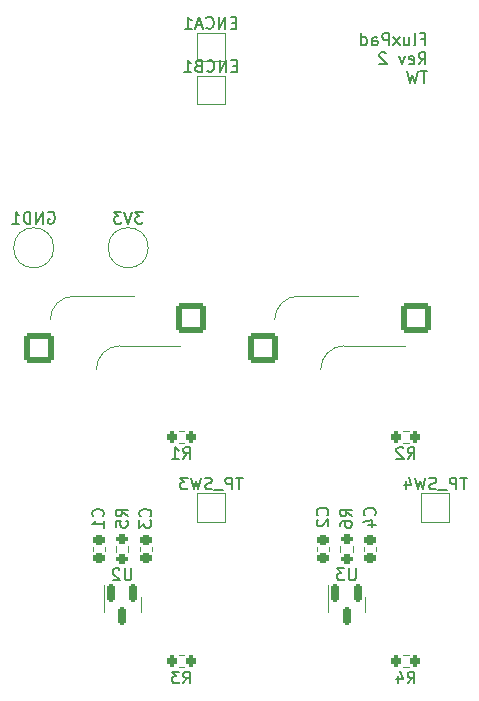
<source format=gbo>
%TF.GenerationSoftware,KiCad,Pcbnew,(6.0.9)*%
%TF.CreationDate,2023-02-13T00:06:44-05:00*%
%TF.ProjectId,Tang,54616e67-2e6b-4696-9361-645f70636258,rev?*%
%TF.SameCoordinates,Original*%
%TF.FileFunction,Legend,Bot*%
%TF.FilePolarity,Positive*%
%FSLAX46Y46*%
G04 Gerber Fmt 4.6, Leading zero omitted, Abs format (unit mm)*
G04 Created by KiCad (PCBNEW (6.0.9)) date 2023-02-13 00:06:44*
%MOMM*%
%LPD*%
G01*
G04 APERTURE LIST*
G04 Aperture macros list*
%AMRoundRect*
0 Rectangle with rounded corners*
0 $1 Rounding radius*
0 $2 $3 $4 $5 $6 $7 $8 $9 X,Y pos of 4 corners*
0 Add a 4 corners polygon primitive as box body*
4,1,4,$2,$3,$4,$5,$6,$7,$8,$9,$2,$3,0*
0 Add four circle primitives for the rounded corners*
1,1,$1+$1,$2,$3*
1,1,$1+$1,$4,$5*
1,1,$1+$1,$6,$7*
1,1,$1+$1,$8,$9*
0 Add four rect primitives between the rounded corners*
20,1,$1+$1,$2,$3,$4,$5,0*
20,1,$1+$1,$4,$5,$6,$7,0*
20,1,$1+$1,$6,$7,$8,$9,0*
20,1,$1+$1,$8,$9,$2,$3,0*%
G04 Aperture macros list end*
%ADD10C,0.150000*%
%ADD11C,0.120000*%
%ADD12R,2.000000X2.000000*%
%ADD13C,2.000000*%
%ADD14C,2.800000*%
%ADD15C,1.750000*%
%ADD16C,3.050000*%
%ADD17C,4.000000*%
%ADD18RoundRect,0.250000X-1.025000X-1.000000X1.025000X-1.000000X1.025000X1.000000X-1.025000X1.000000X0*%
%ADD19RoundRect,0.200000X-0.200000X-0.275000X0.200000X-0.275000X0.200000X0.275000X-0.200000X0.275000X0*%
%ADD20RoundRect,0.225000X0.250000X-0.225000X0.250000X0.225000X-0.250000X0.225000X-0.250000X-0.225000X0*%
%ADD21RoundRect,0.200000X0.275000X-0.200000X0.275000X0.200000X-0.275000X0.200000X-0.275000X-0.200000X0*%
%ADD22RoundRect,0.150000X-0.150000X0.587500X-0.150000X-0.587500X0.150000X-0.587500X0.150000X0.587500X0*%
%ADD23RoundRect,0.225000X-0.250000X0.225000X-0.250000X-0.225000X0.250000X-0.225000X0.250000X0.225000X0*%
%ADD24C,3.000000*%
G04 APERTURE END LIST*
D10*
X135831071Y-67318571D02*
X136164404Y-67318571D01*
X136164404Y-67842380D02*
X136164404Y-66842380D01*
X135688214Y-66842380D01*
X135164404Y-67842380D02*
X135259642Y-67794761D01*
X135307261Y-67699523D01*
X135307261Y-66842380D01*
X134354880Y-67175714D02*
X134354880Y-67842380D01*
X134783452Y-67175714D02*
X134783452Y-67699523D01*
X134735833Y-67794761D01*
X134640595Y-67842380D01*
X134497738Y-67842380D01*
X134402500Y-67794761D01*
X134354880Y-67747142D01*
X133973928Y-67842380D02*
X133450119Y-67175714D01*
X133973928Y-67175714D02*
X133450119Y-67842380D01*
X133069166Y-67842380D02*
X133069166Y-66842380D01*
X132688214Y-66842380D01*
X132592976Y-66890000D01*
X132545357Y-66937619D01*
X132497738Y-67032857D01*
X132497738Y-67175714D01*
X132545357Y-67270952D01*
X132592976Y-67318571D01*
X132688214Y-67366190D01*
X133069166Y-67366190D01*
X131640595Y-67842380D02*
X131640595Y-67318571D01*
X131688214Y-67223333D01*
X131783452Y-67175714D01*
X131973928Y-67175714D01*
X132069166Y-67223333D01*
X131640595Y-67794761D02*
X131735833Y-67842380D01*
X131973928Y-67842380D01*
X132069166Y-67794761D01*
X132116785Y-67699523D01*
X132116785Y-67604285D01*
X132069166Y-67509047D01*
X131973928Y-67461428D01*
X131735833Y-67461428D01*
X131640595Y-67413809D01*
X130735833Y-67842380D02*
X130735833Y-66842380D01*
X130735833Y-67794761D02*
X130831071Y-67842380D01*
X131021547Y-67842380D01*
X131116785Y-67794761D01*
X131164404Y-67747142D01*
X131212023Y-67651904D01*
X131212023Y-67366190D01*
X131164404Y-67270952D01*
X131116785Y-67223333D01*
X131021547Y-67175714D01*
X130831071Y-67175714D01*
X130735833Y-67223333D01*
X135592976Y-69452380D02*
X135926309Y-68976190D01*
X136164404Y-69452380D02*
X136164404Y-68452380D01*
X135783452Y-68452380D01*
X135688214Y-68500000D01*
X135640595Y-68547619D01*
X135592976Y-68642857D01*
X135592976Y-68785714D01*
X135640595Y-68880952D01*
X135688214Y-68928571D01*
X135783452Y-68976190D01*
X136164404Y-68976190D01*
X134783452Y-69404761D02*
X134878690Y-69452380D01*
X135069166Y-69452380D01*
X135164404Y-69404761D01*
X135212023Y-69309523D01*
X135212023Y-68928571D01*
X135164404Y-68833333D01*
X135069166Y-68785714D01*
X134878690Y-68785714D01*
X134783452Y-68833333D01*
X134735833Y-68928571D01*
X134735833Y-69023809D01*
X135212023Y-69119047D01*
X134402500Y-68785714D02*
X134164404Y-69452380D01*
X133926309Y-68785714D01*
X132831071Y-68547619D02*
X132783452Y-68500000D01*
X132688214Y-68452380D01*
X132450119Y-68452380D01*
X132354880Y-68500000D01*
X132307261Y-68547619D01*
X132259642Y-68642857D01*
X132259642Y-68738095D01*
X132307261Y-68880952D01*
X132878690Y-69452380D01*
X132259642Y-69452380D01*
X136307261Y-70062380D02*
X135735833Y-70062380D01*
X136021547Y-71062380D02*
X136021547Y-70062380D01*
X135497738Y-70062380D02*
X135259642Y-71062380D01*
X135069166Y-70348095D01*
X134878690Y-71062380D01*
X134640595Y-70062380D01*
%TO.C,TP_SW4*%
X139690476Y-104454380D02*
X139119047Y-104454380D01*
X139404761Y-105454380D02*
X139404761Y-104454380D01*
X138785714Y-105454380D02*
X138785714Y-104454380D01*
X138404761Y-104454380D01*
X138309523Y-104502000D01*
X138261904Y-104549619D01*
X138214285Y-104644857D01*
X138214285Y-104787714D01*
X138261904Y-104882952D01*
X138309523Y-104930571D01*
X138404761Y-104978190D01*
X138785714Y-104978190D01*
X138023809Y-105549619D02*
X137261904Y-105549619D01*
X137071428Y-105406761D02*
X136928571Y-105454380D01*
X136690476Y-105454380D01*
X136595238Y-105406761D01*
X136547619Y-105359142D01*
X136500000Y-105263904D01*
X136500000Y-105168666D01*
X136547619Y-105073428D01*
X136595238Y-105025809D01*
X136690476Y-104978190D01*
X136880952Y-104930571D01*
X136976190Y-104882952D01*
X137023809Y-104835333D01*
X137071428Y-104740095D01*
X137071428Y-104644857D01*
X137023809Y-104549619D01*
X136976190Y-104502000D01*
X136880952Y-104454380D01*
X136642857Y-104454380D01*
X136500000Y-104502000D01*
X136166666Y-104454380D02*
X135928571Y-105454380D01*
X135738095Y-104740095D01*
X135547619Y-105454380D01*
X135309523Y-104454380D01*
X134500000Y-104787714D02*
X134500000Y-105454380D01*
X134738095Y-104406761D02*
X134976190Y-105121047D01*
X134357142Y-105121047D01*
%TO.C,R1*%
X115666666Y-102882380D02*
X116000000Y-102406190D01*
X116238095Y-102882380D02*
X116238095Y-101882380D01*
X115857142Y-101882380D01*
X115761904Y-101930000D01*
X115714285Y-101977619D01*
X115666666Y-102072857D01*
X115666666Y-102215714D01*
X115714285Y-102310952D01*
X115761904Y-102358571D01*
X115857142Y-102406190D01*
X116238095Y-102406190D01*
X114714285Y-102882380D02*
X115285714Y-102882380D01*
X115000000Y-102882380D02*
X115000000Y-101882380D01*
X115095238Y-102025238D01*
X115190476Y-102120476D01*
X115285714Y-102168095D01*
%TO.C,C2*%
X127857142Y-107633333D02*
X127904761Y-107585714D01*
X127952380Y-107442857D01*
X127952380Y-107347619D01*
X127904761Y-107204761D01*
X127809523Y-107109523D01*
X127714285Y-107061904D01*
X127523809Y-107014285D01*
X127380952Y-107014285D01*
X127190476Y-107061904D01*
X127095238Y-107109523D01*
X127000000Y-107204761D01*
X126952380Y-107347619D01*
X126952380Y-107442857D01*
X127000000Y-107585714D01*
X127047619Y-107633333D01*
X127047619Y-108014285D02*
X127000000Y-108061904D01*
X126952380Y-108157142D01*
X126952380Y-108395238D01*
X127000000Y-108490476D01*
X127047619Y-108538095D01*
X127142857Y-108585714D01*
X127238095Y-108585714D01*
X127380952Y-108538095D01*
X127952380Y-107966666D01*
X127952380Y-108585714D01*
%TO.C,R2*%
X134666666Y-102882380D02*
X135000000Y-102406190D01*
X135238095Y-102882380D02*
X135238095Y-101882380D01*
X134857142Y-101882380D01*
X134761904Y-101930000D01*
X134714285Y-101977619D01*
X134666666Y-102072857D01*
X134666666Y-102215714D01*
X134714285Y-102310952D01*
X134761904Y-102358571D01*
X134857142Y-102406190D01*
X135238095Y-102406190D01*
X134285714Y-101977619D02*
X134238095Y-101930000D01*
X134142857Y-101882380D01*
X133904761Y-101882380D01*
X133809523Y-101930000D01*
X133761904Y-101977619D01*
X133714285Y-102072857D01*
X133714285Y-102168095D01*
X133761904Y-102310952D01*
X134333333Y-102882380D01*
X133714285Y-102882380D01*
%TO.C,R5*%
X110952380Y-107733333D02*
X110476190Y-107400000D01*
X110952380Y-107161904D02*
X109952380Y-107161904D01*
X109952380Y-107542857D01*
X110000000Y-107638095D01*
X110047619Y-107685714D01*
X110142857Y-107733333D01*
X110285714Y-107733333D01*
X110380952Y-107685714D01*
X110428571Y-107638095D01*
X110476190Y-107542857D01*
X110476190Y-107161904D01*
X109952380Y-108638095D02*
X109952380Y-108161904D01*
X110428571Y-108114285D01*
X110380952Y-108161904D01*
X110333333Y-108257142D01*
X110333333Y-108495238D01*
X110380952Y-108590476D01*
X110428571Y-108638095D01*
X110523809Y-108685714D01*
X110761904Y-108685714D01*
X110857142Y-108638095D01*
X110904761Y-108590476D01*
X110952380Y-108495238D01*
X110952380Y-108257142D01*
X110904761Y-108161904D01*
X110857142Y-108114285D01*
%TO.C,U2*%
X111261904Y-112152380D02*
X111261904Y-112961904D01*
X111214285Y-113057142D01*
X111166666Y-113104761D01*
X111071428Y-113152380D01*
X110880952Y-113152380D01*
X110785714Y-113104761D01*
X110738095Y-113057142D01*
X110690476Y-112961904D01*
X110690476Y-112152380D01*
X110261904Y-112247619D02*
X110214285Y-112200000D01*
X110119047Y-112152380D01*
X109880952Y-112152380D01*
X109785714Y-112200000D01*
X109738095Y-112247619D01*
X109690476Y-112342857D01*
X109690476Y-112438095D01*
X109738095Y-112580952D01*
X110309523Y-113152380D01*
X109690476Y-113152380D01*
%TO.C,TP_SW3*%
X120690476Y-104454380D02*
X120119047Y-104454380D01*
X120404761Y-105454380D02*
X120404761Y-104454380D01*
X119785714Y-105454380D02*
X119785714Y-104454380D01*
X119404761Y-104454380D01*
X119309523Y-104502000D01*
X119261904Y-104549619D01*
X119214285Y-104644857D01*
X119214285Y-104787714D01*
X119261904Y-104882952D01*
X119309523Y-104930571D01*
X119404761Y-104978190D01*
X119785714Y-104978190D01*
X119023809Y-105549619D02*
X118261904Y-105549619D01*
X118071428Y-105406761D02*
X117928571Y-105454380D01*
X117690476Y-105454380D01*
X117595238Y-105406761D01*
X117547619Y-105359142D01*
X117500000Y-105263904D01*
X117500000Y-105168666D01*
X117547619Y-105073428D01*
X117595238Y-105025809D01*
X117690476Y-104978190D01*
X117880952Y-104930571D01*
X117976190Y-104882952D01*
X118023809Y-104835333D01*
X118071428Y-104740095D01*
X118071428Y-104644857D01*
X118023809Y-104549619D01*
X117976190Y-104502000D01*
X117880952Y-104454380D01*
X117642857Y-104454380D01*
X117500000Y-104502000D01*
X117166666Y-104454380D02*
X116928571Y-105454380D01*
X116738095Y-104740095D01*
X116547619Y-105454380D01*
X116309523Y-104454380D01*
X116023809Y-104454380D02*
X115404761Y-104454380D01*
X115738095Y-104835333D01*
X115595238Y-104835333D01*
X115500000Y-104882952D01*
X115452380Y-104930571D01*
X115404761Y-105025809D01*
X115404761Y-105263904D01*
X115452380Y-105359142D01*
X115500000Y-105406761D01*
X115595238Y-105454380D01*
X115880952Y-105454380D01*
X115976190Y-105406761D01*
X116023809Y-105359142D01*
%TO.C,R6*%
X129952380Y-107733333D02*
X129476190Y-107400000D01*
X129952380Y-107161904D02*
X128952380Y-107161904D01*
X128952380Y-107542857D01*
X129000000Y-107638095D01*
X129047619Y-107685714D01*
X129142857Y-107733333D01*
X129285714Y-107733333D01*
X129380952Y-107685714D01*
X129428571Y-107638095D01*
X129476190Y-107542857D01*
X129476190Y-107161904D01*
X128952380Y-108590476D02*
X128952380Y-108400000D01*
X129000000Y-108304761D01*
X129047619Y-108257142D01*
X129190476Y-108161904D01*
X129380952Y-108114285D01*
X129761904Y-108114285D01*
X129857142Y-108161904D01*
X129904761Y-108209523D01*
X129952380Y-108304761D01*
X129952380Y-108495238D01*
X129904761Y-108590476D01*
X129857142Y-108638095D01*
X129761904Y-108685714D01*
X129523809Y-108685714D01*
X129428571Y-108638095D01*
X129380952Y-108590476D01*
X129333333Y-108495238D01*
X129333333Y-108304761D01*
X129380952Y-108209523D01*
X129428571Y-108161904D01*
X129523809Y-108114285D01*
%TO.C,C4*%
X131857142Y-107633333D02*
X131904761Y-107585714D01*
X131952380Y-107442857D01*
X131952380Y-107347619D01*
X131904761Y-107204761D01*
X131809523Y-107109523D01*
X131714285Y-107061904D01*
X131523809Y-107014285D01*
X131380952Y-107014285D01*
X131190476Y-107061904D01*
X131095238Y-107109523D01*
X131000000Y-107204761D01*
X130952380Y-107347619D01*
X130952380Y-107442857D01*
X131000000Y-107585714D01*
X131047619Y-107633333D01*
X131285714Y-108490476D02*
X131952380Y-108490476D01*
X130904761Y-108252380D02*
X131619047Y-108014285D01*
X131619047Y-108633333D01*
%TO.C,C3*%
X112857142Y-107733333D02*
X112904761Y-107685714D01*
X112952380Y-107542857D01*
X112952380Y-107447619D01*
X112904761Y-107304761D01*
X112809523Y-107209523D01*
X112714285Y-107161904D01*
X112523809Y-107114285D01*
X112380952Y-107114285D01*
X112190476Y-107161904D01*
X112095238Y-107209523D01*
X112000000Y-107304761D01*
X111952380Y-107447619D01*
X111952380Y-107542857D01*
X112000000Y-107685714D01*
X112047619Y-107733333D01*
X111952380Y-108066666D02*
X111952380Y-108685714D01*
X112333333Y-108352380D01*
X112333333Y-108495238D01*
X112380952Y-108590476D01*
X112428571Y-108638095D01*
X112523809Y-108685714D01*
X112761904Y-108685714D01*
X112857142Y-108638095D01*
X112904761Y-108590476D01*
X112952380Y-108495238D01*
X112952380Y-108209523D01*
X112904761Y-108114285D01*
X112857142Y-108066666D01*
%TO.C,R3*%
X115666666Y-121882380D02*
X116000000Y-121406190D01*
X116238095Y-121882380D02*
X116238095Y-120882380D01*
X115857142Y-120882380D01*
X115761904Y-120930000D01*
X115714285Y-120977619D01*
X115666666Y-121072857D01*
X115666666Y-121215714D01*
X115714285Y-121310952D01*
X115761904Y-121358571D01*
X115857142Y-121406190D01*
X116238095Y-121406190D01*
X115333333Y-120882380D02*
X114714285Y-120882380D01*
X115047619Y-121263333D01*
X114904761Y-121263333D01*
X114809523Y-121310952D01*
X114761904Y-121358571D01*
X114714285Y-121453809D01*
X114714285Y-121691904D01*
X114761904Y-121787142D01*
X114809523Y-121834761D01*
X114904761Y-121882380D01*
X115190476Y-121882380D01*
X115285714Y-121834761D01*
X115333333Y-121787142D01*
%TO.C,ENCA1*%
X120142857Y-65930571D02*
X119809523Y-65930571D01*
X119666666Y-66454380D02*
X120142857Y-66454380D01*
X120142857Y-65454380D01*
X119666666Y-65454380D01*
X119238095Y-66454380D02*
X119238095Y-65454380D01*
X118666666Y-66454380D01*
X118666666Y-65454380D01*
X117619047Y-66359142D02*
X117666666Y-66406761D01*
X117809523Y-66454380D01*
X117904761Y-66454380D01*
X118047619Y-66406761D01*
X118142857Y-66311523D01*
X118190476Y-66216285D01*
X118238095Y-66025809D01*
X118238095Y-65882952D01*
X118190476Y-65692476D01*
X118142857Y-65597238D01*
X118047619Y-65502000D01*
X117904761Y-65454380D01*
X117809523Y-65454380D01*
X117666666Y-65502000D01*
X117619047Y-65549619D01*
X117238095Y-66168666D02*
X116761904Y-66168666D01*
X117333333Y-66454380D02*
X117000000Y-65454380D01*
X116666666Y-66454380D01*
X115809523Y-66454380D02*
X116380952Y-66454380D01*
X116095238Y-66454380D02*
X116095238Y-65454380D01*
X116190476Y-65597238D01*
X116285714Y-65692476D01*
X116380952Y-65740095D01*
%TO.C,C1*%
X108857142Y-107733333D02*
X108904761Y-107685714D01*
X108952380Y-107542857D01*
X108952380Y-107447619D01*
X108904761Y-107304761D01*
X108809523Y-107209523D01*
X108714285Y-107161904D01*
X108523809Y-107114285D01*
X108380952Y-107114285D01*
X108190476Y-107161904D01*
X108095238Y-107209523D01*
X108000000Y-107304761D01*
X107952380Y-107447619D01*
X107952380Y-107542857D01*
X108000000Y-107685714D01*
X108047619Y-107733333D01*
X108952380Y-108685714D02*
X108952380Y-108114285D01*
X108952380Y-108400000D02*
X107952380Y-108400000D01*
X108095238Y-108304761D01*
X108190476Y-108209523D01*
X108238095Y-108114285D01*
%TO.C,ENCB1*%
X120214285Y-69580571D02*
X119880952Y-69580571D01*
X119738095Y-70104380D02*
X120214285Y-70104380D01*
X120214285Y-69104380D01*
X119738095Y-69104380D01*
X119309523Y-70104380D02*
X119309523Y-69104380D01*
X118738095Y-70104380D01*
X118738095Y-69104380D01*
X117690476Y-70009142D02*
X117738095Y-70056761D01*
X117880952Y-70104380D01*
X117976190Y-70104380D01*
X118119047Y-70056761D01*
X118214285Y-69961523D01*
X118261904Y-69866285D01*
X118309523Y-69675809D01*
X118309523Y-69532952D01*
X118261904Y-69342476D01*
X118214285Y-69247238D01*
X118119047Y-69152000D01*
X117976190Y-69104380D01*
X117880952Y-69104380D01*
X117738095Y-69152000D01*
X117690476Y-69199619D01*
X116928571Y-69580571D02*
X116785714Y-69628190D01*
X116738095Y-69675809D01*
X116690476Y-69771047D01*
X116690476Y-69913904D01*
X116738095Y-70009142D01*
X116785714Y-70056761D01*
X116880952Y-70104380D01*
X117261904Y-70104380D01*
X117261904Y-69104380D01*
X116928571Y-69104380D01*
X116833333Y-69152000D01*
X116785714Y-69199619D01*
X116738095Y-69294857D01*
X116738095Y-69390095D01*
X116785714Y-69485333D01*
X116833333Y-69532952D01*
X116928571Y-69580571D01*
X117261904Y-69580571D01*
X115738095Y-70104380D02*
X116309523Y-70104380D01*
X116023809Y-70104380D02*
X116023809Y-69104380D01*
X116119047Y-69247238D01*
X116214285Y-69342476D01*
X116309523Y-69390095D01*
%TO.C,GND1*%
X104238095Y-82002000D02*
X104333333Y-81954380D01*
X104476190Y-81954380D01*
X104619047Y-82002000D01*
X104714285Y-82097238D01*
X104761904Y-82192476D01*
X104809523Y-82382952D01*
X104809523Y-82525809D01*
X104761904Y-82716285D01*
X104714285Y-82811523D01*
X104619047Y-82906761D01*
X104476190Y-82954380D01*
X104380952Y-82954380D01*
X104238095Y-82906761D01*
X104190476Y-82859142D01*
X104190476Y-82525809D01*
X104380952Y-82525809D01*
X103761904Y-82954380D02*
X103761904Y-81954380D01*
X103190476Y-82954380D01*
X103190476Y-81954380D01*
X102714285Y-82954380D02*
X102714285Y-81954380D01*
X102476190Y-81954380D01*
X102333333Y-82002000D01*
X102238095Y-82097238D01*
X102190476Y-82192476D01*
X102142857Y-82382952D01*
X102142857Y-82525809D01*
X102190476Y-82716285D01*
X102238095Y-82811523D01*
X102333333Y-82906761D01*
X102476190Y-82954380D01*
X102714285Y-82954380D01*
X101190476Y-82954380D02*
X101761904Y-82954380D01*
X101476190Y-82954380D02*
X101476190Y-81954380D01*
X101571428Y-82097238D01*
X101666666Y-82192476D01*
X101761904Y-82240095D01*
%TO.C,U3*%
X130261904Y-112152380D02*
X130261904Y-112961904D01*
X130214285Y-113057142D01*
X130166666Y-113104761D01*
X130071428Y-113152380D01*
X129880952Y-113152380D01*
X129785714Y-113104761D01*
X129738095Y-113057142D01*
X129690476Y-112961904D01*
X129690476Y-112152380D01*
X129309523Y-112152380D02*
X128690476Y-112152380D01*
X129023809Y-112533333D01*
X128880952Y-112533333D01*
X128785714Y-112580952D01*
X128738095Y-112628571D01*
X128690476Y-112723809D01*
X128690476Y-112961904D01*
X128738095Y-113057142D01*
X128785714Y-113104761D01*
X128880952Y-113152380D01*
X129166666Y-113152380D01*
X129261904Y-113104761D01*
X129309523Y-113057142D01*
%TO.C,3V3*%
X112238095Y-81954380D02*
X111619047Y-81954380D01*
X111952380Y-82335333D01*
X111809523Y-82335333D01*
X111714285Y-82382952D01*
X111666666Y-82430571D01*
X111619047Y-82525809D01*
X111619047Y-82763904D01*
X111666666Y-82859142D01*
X111714285Y-82906761D01*
X111809523Y-82954380D01*
X112095238Y-82954380D01*
X112190476Y-82906761D01*
X112238095Y-82859142D01*
X111333333Y-81954380D02*
X111000000Y-82954380D01*
X110666666Y-81954380D01*
X110428571Y-81954380D02*
X109809523Y-81954380D01*
X110142857Y-82335333D01*
X110000000Y-82335333D01*
X109904761Y-82382952D01*
X109857142Y-82430571D01*
X109809523Y-82525809D01*
X109809523Y-82763904D01*
X109857142Y-82859142D01*
X109904761Y-82906761D01*
X110000000Y-82954380D01*
X110285714Y-82954380D01*
X110380952Y-82906761D01*
X110428571Y-82859142D01*
%TO.C,R4*%
X134666666Y-121882380D02*
X135000000Y-121406190D01*
X135238095Y-121882380D02*
X135238095Y-120882380D01*
X134857142Y-120882380D01*
X134761904Y-120930000D01*
X134714285Y-120977619D01*
X134666666Y-121072857D01*
X134666666Y-121215714D01*
X134714285Y-121310952D01*
X134761904Y-121358571D01*
X134857142Y-121406190D01*
X135238095Y-121406190D01*
X133809523Y-121215714D02*
X133809523Y-121882380D01*
X134047619Y-120834761D02*
X134285714Y-121549047D01*
X133666666Y-121549047D01*
D11*
%TO.C,SW1*%
X106400000Y-89100000D02*
X111500000Y-89100000D01*
X110300000Y-93300000D02*
X115400000Y-93300000D01*
X110300000Y-93300000D02*
G75*
G03*
X108300000Y-95300000I-1J-1999999D01*
G01*
X106400000Y-89100000D02*
G75*
G03*
X104400000Y-91100000I-1J-1999999D01*
G01*
%TO.C,SW2*%
X125400000Y-89100000D02*
X130500000Y-89100000D01*
X129300000Y-93300000D02*
X134400000Y-93300000D01*
X129300000Y-93300000D02*
G75*
G03*
X127300000Y-95300000I-1J-1999999D01*
G01*
X125400000Y-89100000D02*
G75*
G03*
X123400000Y-91100000I-1J-1999999D01*
G01*
%TO.C,TP_SW4*%
X138200000Y-108200000D02*
X138200000Y-105800000D01*
X138200000Y-105800000D02*
X135800000Y-105800000D01*
X135800000Y-105800000D02*
X135800000Y-108200000D01*
X135800000Y-108200000D02*
X138200000Y-108200000D01*
%TO.C,R1*%
X115262742Y-101522500D02*
X115737258Y-101522500D01*
X115262742Y-100477500D02*
X115737258Y-100477500D01*
%TO.C,C2*%
X128010000Y-110640580D02*
X128010000Y-110359420D01*
X126990000Y-110640580D02*
X126990000Y-110359420D01*
%TO.C,R2*%
X134262742Y-100477500D02*
X134737258Y-100477500D01*
X134262742Y-101522500D02*
X134737258Y-101522500D01*
%TO.C,R5*%
X109977500Y-110737258D02*
X109977500Y-110262742D01*
X111022500Y-110737258D02*
X111022500Y-110262742D01*
%TO.C,U2*%
X112060000Y-115200000D02*
X112060000Y-114550000D01*
X108940000Y-115200000D02*
X108940000Y-115850000D01*
X108940000Y-115200000D02*
X108940000Y-113525000D01*
X112060000Y-115200000D02*
X112060000Y-115850000D01*
%TO.C,TP_SW3*%
X119200000Y-105800000D02*
X116800000Y-105800000D01*
X119200000Y-108200000D02*
X119200000Y-105800000D01*
X116800000Y-105800000D02*
X116800000Y-108200000D01*
X116800000Y-108200000D02*
X119200000Y-108200000D01*
%TO.C,R6*%
X128977500Y-110737258D02*
X128977500Y-110262742D01*
X130022500Y-110737258D02*
X130022500Y-110262742D01*
%TO.C,C4*%
X132010000Y-110359420D02*
X132010000Y-110640580D01*
X130990000Y-110359420D02*
X130990000Y-110640580D01*
%TO.C,C3*%
X111990000Y-110359420D02*
X111990000Y-110640580D01*
X113010000Y-110359420D02*
X113010000Y-110640580D01*
%TO.C,R3*%
X115262742Y-120522500D02*
X115737258Y-120522500D01*
X115262742Y-119477500D02*
X115737258Y-119477500D01*
%TO.C,ENCA1*%
X116800000Y-69200000D02*
X119200000Y-69200000D01*
X116800000Y-66800000D02*
X116800000Y-69200000D01*
X119200000Y-66800000D02*
X116800000Y-66800000D01*
X119200000Y-69200000D02*
X119200000Y-66800000D01*
%TO.C,C1*%
X109010000Y-110640580D02*
X109010000Y-110359420D01*
X107990000Y-110640580D02*
X107990000Y-110359420D01*
%TO.C,ENCB1*%
X119200000Y-72850000D02*
X119200000Y-70450000D01*
X116800000Y-70450000D02*
X116800000Y-72850000D01*
X116800000Y-72850000D02*
X119200000Y-72850000D01*
X119200000Y-70450000D02*
X116800000Y-70450000D01*
%TO.C,GND1*%
X104700000Y-85000000D02*
G75*
G03*
X104700000Y-85000000I-1700000J0D01*
G01*
%TO.C,U3*%
X127940000Y-115200000D02*
X127940000Y-113525000D01*
X127940000Y-115200000D02*
X127940000Y-115850000D01*
X131060000Y-115200000D02*
X131060000Y-115850000D01*
X131060000Y-115200000D02*
X131060000Y-114550000D01*
%TO.C,3V3*%
X112700000Y-85000000D02*
G75*
G03*
X112700000Y-85000000I-1700000J0D01*
G01*
%TO.C,R4*%
X134262742Y-120522500D02*
X134737258Y-120522500D01*
X134262742Y-119477500D02*
X134737258Y-119477500D01*
%TD*%
%LPC*%
D12*
%TO.C,SW3*%
X113000000Y-68450000D03*
D13*
X108000000Y-68450000D03*
X110500000Y-68450000D03*
D14*
X116100000Y-75950000D03*
X104900000Y-75950000D03*
%TD*%
D15*
%TO.C,SW1*%
X115580000Y-96000000D03*
D16*
X106690000Y-93460000D03*
D15*
X105420000Y-96000000D03*
D16*
X113040000Y-90920000D03*
D17*
X110500000Y-96000000D03*
D18*
X103415000Y-93460000D03*
X116342000Y-90920000D03*
%TD*%
D16*
%TO.C,SW2*%
X125690000Y-93460000D03*
D15*
X124420000Y-96000000D03*
D16*
X132040000Y-90920000D03*
D15*
X134580000Y-96000000D03*
D17*
X129500000Y-96000000D03*
D18*
X122415000Y-93460000D03*
X135342000Y-90920000D03*
%TD*%
D12*
%TO.C,TP_SW4*%
X137000000Y-107000000D03*
%TD*%
D19*
%TO.C,R1*%
X114675000Y-101000000D03*
X116325000Y-101000000D03*
%TD*%
D20*
%TO.C,C2*%
X127500000Y-111275000D03*
X127500000Y-109725000D03*
%TD*%
D19*
%TO.C,R2*%
X133675000Y-101000000D03*
X135325000Y-101000000D03*
%TD*%
D21*
%TO.C,R5*%
X110500000Y-111325000D03*
X110500000Y-109675000D03*
%TD*%
D15*
%TO.C,U2*%
X115580000Y-115000000D03*
X105420000Y-115000000D03*
D22*
X109550000Y-114262500D03*
X111450000Y-114262500D03*
X110500000Y-116137500D03*
%TD*%
D12*
%TO.C,TP_SW3*%
X118000000Y-107000000D03*
%TD*%
D21*
%TO.C,R6*%
X129500000Y-111325000D03*
X129500000Y-109675000D03*
%TD*%
D23*
%TO.C,C4*%
X131500000Y-109725000D03*
X131500000Y-111275000D03*
%TD*%
%TO.C,C3*%
X112500000Y-109725000D03*
X112500000Y-111275000D03*
%TD*%
D19*
%TO.C,R3*%
X114675000Y-120000000D03*
X116325000Y-120000000D03*
%TD*%
D12*
%TO.C,ENCA1*%
X118000000Y-68000000D03*
%TD*%
D20*
%TO.C,C1*%
X108500000Y-111275000D03*
X108500000Y-109725000D03*
%TD*%
D12*
%TO.C,ENCB1*%
X118000000Y-71650000D03*
%TD*%
D24*
%TO.C,GND1*%
X103000000Y-85000000D03*
%TD*%
D15*
%TO.C,U3*%
X134580000Y-115000000D03*
X124420000Y-115000000D03*
D22*
X128550000Y-114262500D03*
X130450000Y-114262500D03*
X129500000Y-116137500D03*
%TD*%
D24*
%TO.C,3V3*%
X111000000Y-85000000D03*
%TD*%
D19*
%TO.C,R4*%
X133675000Y-120000000D03*
X135325000Y-120000000D03*
%TD*%
M02*

</source>
